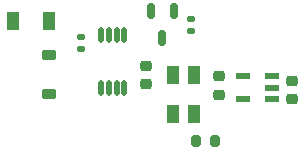
<source format=gbr>
%TF.GenerationSoftware,KiCad,Pcbnew,8.0.4*%
%TF.CreationDate,2025-04-09T21:22:43-04:00*%
%TF.ProjectId,accessory_peripheral,61636365-7373-46f7-9279-5f7065726970,rev?*%
%TF.SameCoordinates,Original*%
%TF.FileFunction,Paste,Top*%
%TF.FilePolarity,Positive*%
%FSLAX46Y46*%
G04 Gerber Fmt 4.6, Leading zero omitted, Abs format (unit mm)*
G04 Created by KiCad (PCBNEW 8.0.4) date 2025-04-09 21:22:43*
%MOMM*%
%LPD*%
G01*
G04 APERTURE LIST*
G04 Aperture macros list*
%AMRoundRect*
0 Rectangle with rounded corners*
0 $1 Rounding radius*
0 $2 $3 $4 $5 $6 $7 $8 $9 X,Y pos of 4 corners*
0 Add a 4 corners polygon primitive as box body*
4,1,4,$2,$3,$4,$5,$6,$7,$8,$9,$2,$3,0*
0 Add four circle primitives for the rounded corners*
1,1,$1+$1,$2,$3*
1,1,$1+$1,$4,$5*
1,1,$1+$1,$6,$7*
1,1,$1+$1,$8,$9*
0 Add four rect primitives between the rounded corners*
20,1,$1+$1,$2,$3,$4,$5,0*
20,1,$1+$1,$4,$5,$6,$7,0*
20,1,$1+$1,$6,$7,$8,$9,0*
20,1,$1+$1,$8,$9,$2,$3,0*%
G04 Aperture macros list end*
%ADD10R,1.000000X1.600000*%
%ADD11RoundRect,0.225000X-0.250000X0.225000X-0.250000X-0.225000X0.250000X-0.225000X0.250000X0.225000X0*%
%ADD12R,1.200000X0.600000*%
%ADD13R,1.000000X1.500000*%
%ADD14O,0.449999X1.350000*%
%ADD15RoundRect,0.150000X-0.150000X0.512500X-0.150000X-0.512500X0.150000X-0.512500X0.150000X0.512500X0*%
%ADD16RoundRect,0.225000X-0.375000X0.225000X-0.375000X-0.225000X0.375000X-0.225000X0.375000X0.225000X0*%
%ADD17RoundRect,0.140000X0.170000X-0.140000X0.170000X0.140000X-0.170000X0.140000X-0.170000X-0.140000X0*%
%ADD18RoundRect,0.225000X0.250000X-0.225000X0.250000X0.225000X-0.250000X0.225000X-0.250000X-0.225000X0*%
%ADD19RoundRect,0.200000X0.200000X0.275000X-0.200000X0.275000X-0.200000X-0.275000X0.200000X-0.275000X0*%
%ADD20RoundRect,0.140000X-0.170000X0.140000X-0.170000X-0.140000X0.170000X-0.140000X0.170000X0.140000X0*%
G04 APERTURE END LIST*
D10*
%TO.C,F1*%
X133535100Y-98438435D03*
X136535100Y-98438435D03*
%TD*%
D11*
%TO.C,C5*%
X157135100Y-103488435D03*
X157135100Y-105038435D03*
%TD*%
D12*
%TO.C,IC1*%
X155465100Y-105008435D03*
X155465100Y-104058435D03*
X155465100Y-103108435D03*
X152965100Y-103108435D03*
X152965100Y-105008435D03*
%TD*%
D13*
%TO.C,D3*%
X147085100Y-106338435D03*
X148885100Y-106338435D03*
X148885100Y-103038435D03*
X147085100Y-103038435D03*
%TD*%
D14*
%TO.C,U1*%
X142935101Y-99638434D03*
X142285100Y-99638434D03*
X141635101Y-99638434D03*
X140985100Y-99638434D03*
X140985100Y-104088435D03*
X141635101Y-104088435D03*
X142285100Y-104088435D03*
X142935101Y-104088435D03*
%TD*%
D15*
%TO.C,Q1*%
X147115100Y-97560935D03*
X145215100Y-97560935D03*
X146165100Y-99835935D03*
%TD*%
D16*
%TO.C,D2*%
X136535100Y-101288435D03*
X136535100Y-104588435D03*
%TD*%
D17*
%TO.C,C3*%
X148555100Y-99258435D03*
X148555100Y-98298435D03*
%TD*%
D18*
%TO.C,C1*%
X144765100Y-103773435D03*
X144765100Y-102223435D03*
%TD*%
D19*
%TO.C,R1*%
X150630100Y-108568435D03*
X148980100Y-108568435D03*
%TD*%
D11*
%TO.C,C4*%
X150975100Y-103103435D03*
X150975100Y-104653435D03*
%TD*%
D20*
%TO.C,C2*%
X139255100Y-99798435D03*
X139255100Y-100758435D03*
%TD*%
M02*

</source>
